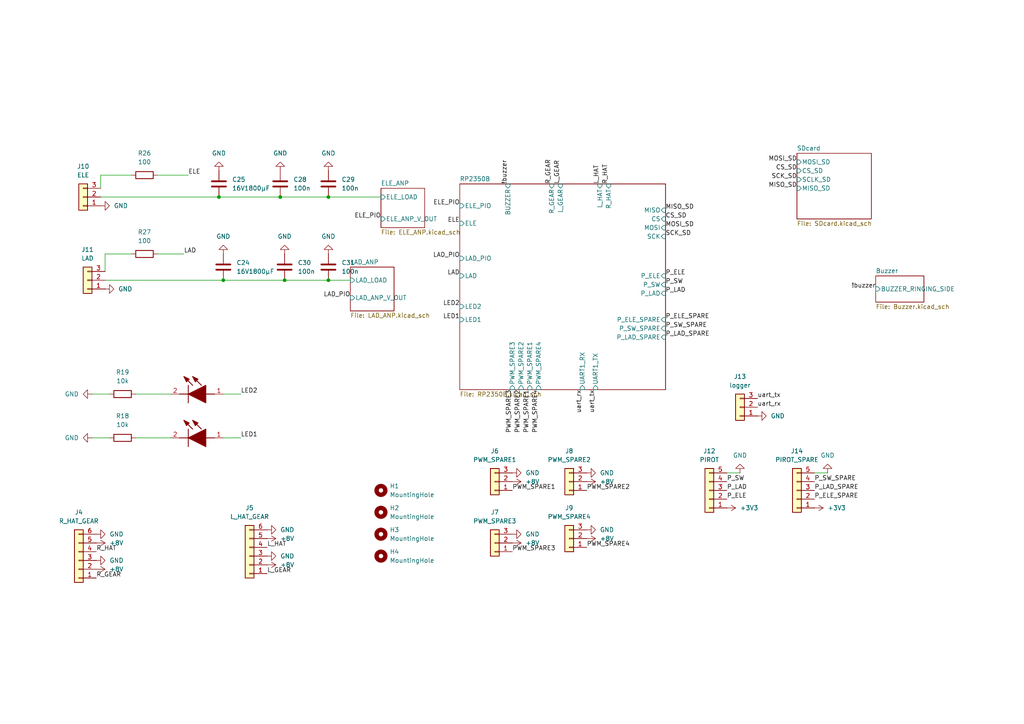
<source format=kicad_sch>
(kicad_sch (version 20231120) (generator "eeschema") (generator_version "8.0")
  (paper "A4")
  (lib_symbols
    (symbol "Connector_Generic:Conn_01x03" (pin_names (offset 1.016) hide)
      (property "Reference" "J" (at 0 5.08 0))
      (property "Value" "Conn_01x03" (at 0 -5.08 0))
      (symbol "Conn_01x03_1_1"
        (rectangle (start -1.27 -2.413) (end 0 -2.667) (stroke (width 0.1524)))
        (rectangle (start -1.27 0.127) (end 0 -0.127) (stroke (width 0.1524)))
        (rectangle (start -1.27 2.667) (end 0 2.413) (stroke (width 0.1524)))
        (rectangle (start -1.27 3.81) (end 1.27 -3.81) (stroke (width 0.254)) (fill (type background)))
        (pin passive line (at -5.08 2.54 0) (length 3.81) (name "Pin_1") (number "1"))
        (pin passive line (at -5.08 0 0) (length 3.81) (name "Pin_2") (number "2"))
        (pin passive line (at -5.08 -2.54 0) (length 3.81) (name "Pin_3") (number "3"))
      )
    )
    (symbol "Connector_Generic:Conn_01x05" (pin_names (offset 1.016) hide)
      (property "Reference" "J" (at 0 7.62 0))
      (property "Value" "Conn_01x05" (at 0 -7.62 0))
      (symbol "Conn_01x05_1_1"
        (rectangle (start -1.27 -4.953) (end 0 -5.207) (stroke (width 0.1524)))
        (rectangle (start -1.27 -2.413) (end 0 -2.667) (stroke (width 0.1524)))
        (rectangle (start -1.27 0.127) (end 0 -0.127) (stroke (width 0.1524)))
        (rectangle (start -1.27 2.667) (end 0 2.413) (stroke (width 0.1524)))
        (rectangle (start -1.27 5.207) (end 0 4.953) (stroke (width 0.1524)))
        (rectangle (start -1.27 6.35) (end 1.27 -6.35) (stroke (width 0.254)) (fill (type background)))
        (pin passive line (at -5.08 5.08 0) (length 3.81) (name "Pin_1") (number "1"))
        (pin passive line (at -5.08 2.54 0) (length 3.81) (name "Pin_2") (number "2"))
        (pin passive line (at -5.08 0 0) (length 3.81) (name "Pin_3") (number "3"))
        (pin passive line (at -5.08 -2.54 0) (length 3.81) (name "Pin_4") (number "4"))
        (pin passive line (at -5.08 -5.08 0) (length 3.81) (name "Pin_5") (number "5"))
      )
    )
    (symbol "Connector_Generic:Conn_01x06" (pin_names (offset 1.016) hide)
      (property "Reference" "J" (at 0 7.62 0))
      (property "Value" "Conn_01x06" (at 0 -10.16 0))
      (symbol "Conn_01x06_1_1"
        (rectangle (start -1.27 -7.493) (end 0 -7.747) (stroke (width 0.1524)))
        (rectangle (start -1.27 -4.953) (end 0 -5.207) (stroke (width 0.1524)))
        (rectangle (start -1.27 -2.413) (end 0 -2.667) (stroke (width 0.1524)))
        (rectangle (start -1.27 0.127) (end 0 -0.127) (stroke (width 0.1524)))
        (rectangle (start -1.27 2.667) (end 0 2.413) (stroke (width 0.1524)))
        (rectangle (start -1.27 5.207) (end 0 4.953) (stroke (width 0.1524)))
        (rectangle (start -1.27 6.35) (end 1.27 -8.89) (stroke (width 0.254)) (fill (type background)))
        (pin passive line (at -5.08 5.08 0) (length 3.81) (name "Pin_1") (number "1"))
        (pin passive line (at -5.08 2.54 0) (length 3.81) (name "Pin_2") (number "2"))
        (pin passive line (at -5.08 0 0) (length 3.81) (name "Pin_3") (number "3"))
        (pin passive line (at -5.08 -2.54 0) (length 3.81) (name "Pin_4") (number "4"))
        (pin passive line (at -5.08 -5.08 0) (length 3.81) (name "Pin_5") (number "5"))
        (pin passive line (at -5.08 -7.62 0) (length 3.81) (name "Pin_6") (number "6"))
      )
    )
    (symbol "Device:C" (pin_numbers hide) (pin_names (offset 0.254))
      (property "Reference" "C" (at 0.635 2.54 0))
      (property "Value" "C" (at 0.635 -2.54 0))
      (symbol "C_0_1"
        (polyline (pts (xy -2.032 -0.762) (xy 2.032 -0.762)) (stroke (width 0.508)))
        (polyline (pts (xy -2.032 0.762) (xy 2.032 0.762)) (stroke (width 0.508)))
      )
      (symbol "C_1_1"
        (pin passive line (at 0 3.81 270) (length 2.794) (name "~") (number "1"))
        (pin passive line (at 0 -3.81 90) (length 2.794) (name "~") (number "2"))
      )
    )
    (symbol "Device:R" (pin_numbers hide) (pin_names (offset 0))
      (property "Reference" "R" (at 2.032 0 90))
      (property "Value" "R" (at 0 0 90))
      (symbol "R_0_1"
        (rectangle (start -1.016 -2.54) (end 1.016 2.54) (stroke (width 0.254)))
      )
      (symbol "R_1_1"
        (pin passive line (at 0 3.81 270) (length 1.27) (name "~") (number "1"))
        (pin passive line (at 0 -3.81 90) (length 1.27) (name "~") (number "2"))
      )
    )
    (symbol "Mechanical:MountingHole" (pin_names (offset 1.016)) (exclude_from_sim yes) (in_bom no)
      (property "Reference" "H" (at 0 5.08 0))
      (property "Value" "MountingHole" (at 0 3.175 0))
      (symbol "MountingHole_0_1"
        (circle (center 0 0) (radius 1.27) (stroke (width 1.27)))
      )
    )
    (symbol "SamacSys_Parts:AP1608SURCK" (pin_names hide)
      (property "Reference" "LED" (at 12.7 8.89 0))
      (property "Value" "AP1608SURCK" (at 12.7 6.35 0))
      (symbol "AP1608SURCK_1_1"
        (polyline (pts (xy 2.54 0) (xy 5.08 0)) (stroke (width 0.254)))
        (polyline (pts (xy 5.08 2.54) (xy 5.08 -2.54)) (stroke (width 0.254)))
        (polyline (pts (xy 6.35 2.54) (xy 3.81 5.08)) (stroke (width 0.254)))
        (polyline (pts (xy 8.89 2.54) (xy 6.35 5.08)) (stroke (width 0.254)))
        (polyline (pts (xy 10.16 0) (xy 12.7 0)) (stroke (width 0.254)))
        (polyline (pts (xy 5.08 0) (xy 10.16 2.54) (xy 10.16 -2.54) (xy 5.08 0)) (stroke (width 0.254)) (fill (type outline)))
        (polyline (pts (xy 5.334 4.318) (xy 4.572 3.556) (xy 3.81 5.08) (xy 5.334 4.318)) (stroke (width 0.254)) (fill (type outline)))
        (polyline (pts (xy 7.874 4.318) (xy 7.112 3.556) (xy 6.35 5.08) (xy 7.874 4.318)) (stroke (width 0.254)) (fill (type outline)))
        (pin passive line (at 15.24 0 180) (length 2.54) (name "A") (number "1"))
        (pin passive line (at 0 0 0) (length 2.54) (name "K") (number "2"))
      )
    )
    (symbol "power:+3V3" (power) (pin_numbers hide) (pin_names (offset 0) hide)
      (property "Value" "+3V3" (at 0 3.556 0))
      (symbol "+3V3_0_1"
        (polyline (pts (xy -0.762 1.27) (xy 0 2.54)))
        (polyline (pts (xy 0 0) (xy 0 2.54)))
        (polyline (pts (xy 0 2.54) (xy 0.762 1.27)))
      )
      (symbol "+3V3_1_1"
        (pin power_in line (at 0 0 90) (length 0) (name "~") (number "1"))
      )
    )
    (symbol "power:+8V" (power) (pin_numbers hide) (pin_names (offset 0) hide)
      (property "Value" "+8V" (at 0 3.556 0))
      (symbol "+8V_0_1"
        (polyline (pts (xy -0.762 1.27) (xy 0 2.54)))
        (polyline (pts (xy 0 0) (xy 0 2.54)))
        (polyline (pts (xy 0 2.54) (xy 0.762 1.27)))
      )
      (symbol "+8V_1_1"
        (pin power_in line (at 0 0 90) (length 0) (name "~") (number "1"))
      )
    )
    (symbol "power:GND" (power) (pin_numbers hide) (pin_names (offset 0) hide)
      (property "Value" "GND" (at 0 -3.81 0))
      (symbol "GND_0_1"
        (polyline (pts (xy 0 0) (xy 0 -1.27) (xy 1.27 -1.27) (xy 0 -2.54) (xy -1.27 -1.27) (xy 0 -1.27)))
      )
      (symbol "GND_1_1"
        (pin power_in line (at 0 0 270) (length 0) (name "~") (number "1"))
      )
    )
  )
  (junction (at 82.55 81.28))
  (junction (at 81.28 57.15))
  (junction (at 63.5 57.15))
  (junction (at 95.25 81.28))
  (junction (at 95.25 57.15))
  (junction (at 64.77 81.28))
  (wire (pts (xy 95.25 57.15) (xy 110.49 57.15)))
  (wire (pts (xy 38.1 73.66) (xy 30.48 73.66)))
  (wire (pts (xy 82.55 81.28) (xy 95.25 81.28)))
  (wire (pts (xy 214.63 137.16) (xy 210.82 137.16)))
  (wire (pts (xy 29.21 57.15) (xy 63.5 57.15)))
  (wire (pts (xy 29.21 50.8) (xy 38.1 50.8)))
  (wire (pts (xy 69.85 127) (xy 64.77 127)))
  (wire (pts (xy 95.25 81.28) (xy 101.6 81.28)))
  (wire (pts (xy 54.61 50.8) (xy 45.72 50.8)))
  (wire (pts (xy 26.67 114.3) (xy 31.75 114.3)))
  (wire (pts (xy 64.77 81.28) (xy 82.55 81.28)))
  (wire (pts (xy 30.48 81.28) (xy 64.77 81.28)))
  (wire (pts (xy 240.03 137.16) (xy 236.22 137.16)))
  (wire (pts (xy 53.34 73.66) (xy 45.72 73.66)))
  (wire (pts (xy 95.25 57.15) (xy 81.28 57.15)))
  (wire (pts (xy 39.37 114.3) (xy 49.53 114.3)))
  (wire (pts (xy 39.37 127) (xy 49.53 127)))
  (wire (pts (xy 26.67 127) (xy 31.75 127)))
  (wire (pts (xy 30.48 73.66) (xy 30.48 78.74)))
  (wire (pts (xy 81.28 57.15) (xy 63.5 57.15)))
  (wire (pts (xy 29.21 50.8) (xy 29.21 54.61)))
  (wire (pts (xy 69.85 114.3) (xy 64.77 114.3)))
  (label "ELE" (at 54.61 50.8 0))
  (label "MOSI_SD" (at 193.04 66.04 0))
  (label "P_LAD_SPARE" (at 193.04 97.79 0))
  (label "P_LAD" (at 193.04 85.09 0))
  (label "SCK_SD" (at 193.04 68.58 0))
  (label "P_SW" (at 193.04 82.55 0))
  (label "L_GEAR" (at 162.56 53.34 90))
  (label "uart_rx" (at 168.91 113.03 270))
  (label "LAD" (at 53.34 73.66 0))
  (label "R_GEAR" (at 27.94 167.64 0))
  (label "MISO_SD" (at 193.04 60.96 0))
  (label "uart_rx" (at 219.71 118.11 0))
  (label "MOSI_SD" (at 231.14 46.99 180))
  (label "PWM_SPARE3" (at 148.59 113.03 270))
  (label "LED2" (at 133.35 88.9 180))
  (label "ELE_PIO" (at 133.35 59.69 180))
  (label "L_HAT" (at 77.47 158.75 0))
  (label "L_GEAR" (at 77.47 166.37 0))
  (label "LED1" (at 133.35 92.71 180))
  (label "uart_tx" (at 172.72 113.03 270))
  (label "P_ELE" (at 193.04 80.01 0))
  (label "P_ELE" (at 210.82 144.78 0))
  (label "P_SW_SPARE" (at 236.22 139.7 0))
  (label "PWM_SPARE4" (at 170.18 158.75 0))
  (label "LED1" (at 69.85 127 0))
  (label "P_SW" (at 210.82 139.7 0))
  (label "PWM_SPARE4" (at 156.21 113.03 270))
  (label "R_GEAR" (at 160.02 53.34 90))
  (label "L_HAT" (at 173.99 53.34 90))
  (label "P_LAD_SPARE" (at 236.22 142.24 0))
  (label "R_HAT" (at 27.94 160.02 0))
  (label "!buzzer" (at 254 83.82 180))
  (label "LED2" (at 69.85 114.3 0))
  (label "PWM_SPARE1" (at 148.59 142.24 0))
  (label "LAD_PIO" (at 133.35 74.93 180))
  (label "CS_SD" (at 231.14 49.53 180))
  (label "LAD_PIO" (at 101.6 86.36 180))
  (label "SCK_SD" (at 231.14 52.07 180))
  (label "ELE" (at 133.35 64.77 180))
  (label "!buzzer" (at 147.32 53.34 90))
  (label "P_LAD" (at 210.82 142.24 0))
  (label "P_ELE_SPARE" (at 236.22 144.78 0))
  (label "PWM_SPARE3" (at 148.59 160.02 0))
  (label "ELE_PIO" (at 110.49 63.5 180))
  (label "LAD" (at 133.35 80.01 180))
  (label "P_SW_SPARE" (at 193.04 95.25 0))
  (label "PWM_SPARE1" (at 153.67 113.03 270))
  (label "R_HAT" (at 176.53 53.34 90))
  (label "P_ELE_SPARE" (at 193.04 92.71 0))
  (label "PWM_SPARE2" (at 170.18 142.24 0))
  (label "CS_SD" (at 193.04 63.5 0))
  (label "MISO_SD" (at 231.14 54.61 180))
  (label "PWM_SPARE2" (at 151.13 113.03 270))
  (label "uart_tx" (at 219.71 115.57 0))
  (symbol (lib_id "power:GND") (at 77.47 153.67 90) (unit 1)
    (property "Reference" "#PWR047" (effects (hide yes)))
    (property "Value" "GND" (at 81.28 153.6699 90) (effects (justify right)))
    (property "Description" "Power symbol creates a global label with name \"GND\" , ground" (effects (hide yes)))
  )
  (symbol (lib_id "Device:R") (at 35.56 114.3 270) (unit 1)
    (property "Reference" "R19" (at 35.56 107.95 90))
    (property "Value" "10k" (at 35.56 110.49 90))
    (property "Footprint" "Resistor_SMD:R_0805_2012Metric" (effects (hide yes)))
    (property "Description" "Resistor" (effects (hide yes)))
  )
  (symbol (lib_id "Device:R") (at 41.91 73.66 90) (unit 1)
    (property "Reference" "R27" (at 41.91 67.31 90))
    (property "Value" "100" (at 41.91 69.85 90))
    (property "Footprint" "Resistor_SMD:R_0805_2012Metric" (effects (hide yes)))
    (property "Description" "Resistor" (effects (hide yes)))
  )
  (symbol (lib_id "Device:C") (at 81.28 53.34 0) (unit 1)
    (property "Reference" "C28" (at 85.09 52.0699 0) (effects (justify left)))
    (property "Value" "100n" (at 85.09 54.6099 0) (effects (justify left)))
    (property "Footprint" "Capacitor_SMD:C_0805_2012Metric" (effects (hide yes)))
    (property "Description" "Unpolarized capacitor" (effects (hide yes)))
  )
  (symbol (lib_id "power:+8V") (at 27.94 157.48 270) (unit 1)
    (property "Reference" "#PWR044" (effects (hide yes)))
    (property "Value" "+8V" (at 31.75 157.48 90) (effects (justify left)))
    (property "Description" "Power symbol creates a global label with name \"+8V\"" (effects (hide yes)))
  )
  (symbol (lib_id "power:GND") (at 219.71 120.65 90) (unit 1)
    (property "Reference" "#PWR067" (effects (hide yes)))
    (property "Value" "GND" (at 223.52 120.6499 90) (effects (justify right)))
    (property "Description" "Power symbol creates a global label with name \"GND\" , ground" (effects (hide yes)))
  )
  (symbol (lib_id "Device:R") (at 35.56 127 270) (unit 1)
    (property "Reference" "R18" (at 35.56 120.65 90))
    (property "Value" "10k" (at 35.56 123.19 90))
    (property "Footprint" "Resistor_SMD:R_0805_2012Metric" (effects (hide yes)))
    (property "Description" "Resistor" (effects (hide yes)))
  )
  (symbol (lib_id "Connector_Generic:Conn_01x03") (at 24.13 57.15 180) (unit 1)
    (property "Reference" "J10" (at 24.13 48.26 0))
    (property "Value" "ELE" (at 24.13 50.8 0))
    (property "Footprint" "Connector_JST:JST_VH_B3P-VH-B_1x03_P3.96mm_Vertical" (effects (hide yes)))
    (property "Description" "Generic connector, single row, 01x03, script generated (kicad-library-utils/schlib/autogen/connector/)" (effects (hide yes)))
  )
  (symbol (lib_id "power:GND") (at 148.59 154.94 90) (unit 1)
    (property "Reference" "#PWR053" (effects (hide yes)))
    (property "Value" "GND" (at 152.4 154.9399 90) (effects (justify right)))
    (property "Description" "Power symbol creates a global label with name \"GND\" , ground" (effects (hide yes)))
  )
  (symbol (lib_id "Connector_Generic:Conn_01x06") (at 72.39 161.29 180) (unit 1)
    (property "Reference" "J5" (at 72.39 147.32 0))
    (property "Value" "L_HAT_GEAR" (at 72.39 149.86 0))
    (property "Footprint" "Connector_JST:JST_XH_B6B-XH-AM_1x06_P2.50mm_Vertical" (effects (hide yes)))
    (property "Description" "Generic connector, single row, 01x06, script generated (kicad-library-utils/schlib/autogen/connector/)" (effects (hide yes)))
  )
  (symbol (lib_id "Mechanical:MountingHole") (at 110.49 148.59 0) (unit 1) (exclude_from_sim yes) (in_bom no)
    (property "Reference" "H2" (at 113.03 147.3199 0) (effects (justify left)))
    (property "Value" "MountingHole" (at 113.03 149.8599 0) (effects (justify left)))
    (property "Footprint" "MountingHole:MountingHole_3.2mm_M3" (effects (hide yes)))
    (property "Description" "Mounting Hole without connection" (effects (hide yes)))
  )
  (symbol (lib_id "Mechanical:MountingHole") (at 110.49 142.24 0) (unit 1) (exclude_from_sim yes) (in_bom no)
    (property "Reference" "H1" (at 113.03 140.9699 0) (effects (justify left)))
    (property "Value" "MountingHole" (at 113.03 143.5099 0) (effects (justify left)))
    (property "Footprint" "MountingHole:MountingHole_3.2mm_M3" (effects (hide yes)))
    (property "Description" "Mounting Hole without connection" (effects (hide yes)))
  )
  (symbol (lib_id "power:GND") (at 26.67 127 270) (unit 1)
    (property "Reference" "#PWR057" (effects (hide yes)))
    (property "Value" "GND" (at 22.86 126.9999 90) (effects (justify right)))
    (property "Description" "Power symbol creates a global label with name \"GND\" , ground" (effects (hide yes)))
  )
  (symbol (lib_id "power:GND") (at 170.18 153.67 90) (unit 1)
    (property "Reference" "#PWR058" (effects (hide yes)))
    (property "Value" "GND" (at 173.99 153.6699 90) (effects (justify right)))
    (property "Description" "Power symbol creates a global label with name \"GND\" , ground" (effects (hide yes)))
  )
  (symbol (lib_id "Connector_Generic:Conn_01x03") (at 143.51 139.7 180) (unit 1)
    (property "Reference" "J6" (at 143.51 130.81 0))
    (property "Value" "PWM_SPARE1" (at 143.51 133.35 0))
    (property "Footprint" "Connector_JST:JST_VH_B3P-VH-B_1x03_P3.96mm_Vertical" (effects (hide yes)))
    (property "Description" "Generic connector, single row, 01x03, script generated (kicad-library-utils/schlib/autogen/connector/)" (effects (hide yes)))
  )
  (symbol (lib_id "power:+8V") (at 77.47 163.83 270) (unit 1)
    (property "Reference" "#PWR049" (effects (hide yes)))
    (property "Value" "+8V" (at 81.28 163.8299 90) (effects (justify left)))
    (property "Description" "Power symbol creates a global label with name \"+8V\"" (effects (hide yes)))
  )
  (symbol (lib_id "Device:C") (at 63.5 53.34 0) (unit 1)
    (property "Reference" "C25" (at 67.31 52.0699 0) (effects (justify left)))
    (property "Value" "16V1800μF" (at 67.31 54.6099 0) (effects (justify left)))
    (property "Footprint" "Capacitor_THT:CP_Radial_D10.0mm_P5.00mm" (effects (hide yes)))
    (property "Description" "Unpolarized capacitor" (effects (hide yes)))
  )
  (symbol (lib_id "power:GND") (at 82.55 73.66 180) (unit 1)
    (property "Reference" "#PWR083" (effects (hide yes)))
    (property "Value" "GND" (at 82.55 68.58 0))
    (property "Description" "Power symbol creates a global label with name \"GND\" , ground" (effects (hide yes)))
  )
  (symbol (lib_id "power:GND") (at 27.94 154.94 90) (unit 1)
    (property "Reference" "#PWR043" (effects (hide yes)))
    (property "Value" "GND" (at 31.75 154.9399 90) (effects (justify right)))
    (property "Description" "Power symbol creates a global label with name \"GND\" , ground" (effects (hide yes)))
  )
  (symbol (lib_id "power:GND") (at 148.59 137.16 90) (unit 1)
    (property "Reference" "#PWR051" (effects (hide yes)))
    (property "Value" "GND" (at 152.4 137.1599 90) (effects (justify right)))
    (property "Description" "Power symbol creates a global label with name \"GND\" , ground" (effects (hide yes)))
  )
  (symbol (lib_id "Device:C") (at 82.55 77.47 0) (unit 1)
    (property "Reference" "C30" (at 86.36 76.1999 0) (effects (justify left)))
    (property "Value" "100n" (at 86.36 78.7399 0) (effects (justify left)))
    (property "Footprint" "Capacitor_SMD:C_0805_2012Metric" (effects (hide yes)))
    (property "Description" "Unpolarized capacitor" (effects (hide yes)))
  )
  (symbol (lib_id "SamacSys_Parts:AP1608SURCK") (at 49.53 127 0) (unit 1)
    (property "Reference" "LED1" (effects (hide yes)))
    (property "Value" "AP1608SURCK" (effects (hide yes)))
    (property "Footprint" "SamacSys_Parts:AP1608SURCK" (effects (hide yes)))
    (property "Datasheet" "https://www.kingbrightusa.com/images/catalog/SPEC/AP1608SURCK.pdf" (effects (hide yes)))
    (property "Description" "Standard LEDs - SMD Hyper Red 630nm Water Clear 220mcd" (effects (hide yes)))
    (property "Height" "1.2" (effects (hide yes)))
    (property "Manufacturer_Name" "Kingbright" (effects (hide yes)))
    (property "Manufacturer_Part_Number" "AP1608SURCK" (effects (hide yes)))
    (property "Mouser Part Number" "604-AP1608SURCK" (effects (hide yes)))
    (property "Mouser Price/Stock" "https://www.mouser.co.uk/ProductDetail/Kingbright/AP1608SURCK?qs=VdjlWU%2FzoOEvYrd0H0exvQ%3D%3D" (effects (hide yes)))
  )
  (symbol (lib_id "power:GND") (at 170.18 137.16 90) (unit 1)
    (property "Reference" "#PWR055" (effects (hide yes)))
    (property "Value" "GND" (at 173.99 137.1599 90) (effects (justify right)))
    (property "Description" "Power symbol creates a global label with name \"GND\" , ground" (effects (hide yes)))
  )
  (symbol (lib_id "power:+8V") (at 148.59 157.48 270) (unit 1)
    (property "Reference" "#PWR054" (effects (hide yes)))
    (property "Value" "+8V" (at 152.4 157.4799 90) (effects (justify left)))
    (property "Description" "Power symbol creates a global label with name \"+8V\"" (effects (hide yes)))
  )
  (symbol (lib_id "power:GND") (at 29.21 59.69 90) (unit 1)
    (property "Reference" "#PWR059" (effects (hide yes)))
    (property "Value" "GND" (at 33.02 59.6899 90) (effects (justify right)))
    (property "Description" "Power symbol creates a global label with name \"GND\" , ground" (effects (hide yes)))
  )
  (symbol (lib_id "power:+8V") (at 170.18 139.7 270) (unit 1)
    (property "Reference" "#PWR056" (effects (hide yes)))
    (property "Value" "+8V" (at 173.99 139.6999 90) (effects (justify left)))
    (property "Description" "Power symbol creates a global label with name \"+8V\"" (effects (hide yes)))
  )
  (symbol (lib_id "power:+3V3") (at 236.22 147.32 270) (unit 1)
    (property "Reference" "#PWR074" (effects (hide yes)))
    (property "Value" "+3V3" (at 240.03 147.3199 90) (effects (justify left)))
    (property "Description" "Power symbol creates a global label with name \"+3V3\"" (effects (hide yes)))
  )
  (symbol (lib_id "Connector_Generic:Conn_01x05") (at 231.14 142.24 180) (unit 1)
    (property "Reference" "J14" (at 231.14 130.81 0))
    (property "Value" "PIROT_SPARE" (at 231.14 133.35 0))
    (property "Footprint" "Connector_JST:JST_XH_B5B-XH-AM_1x05_P2.50mm_Vertical" (effects (hide yes)))
    (property "Description" "Generic connector, single row, 01x05, script generated (kicad-library-utils/schlib/autogen/connector/)" (effects (hide yes)))
  )
  (symbol (lib_id "power:GND") (at 63.5 49.53 180) (unit 1)
    (property "Reference" "#PWR061" (effects (hide yes)))
    (property "Value" "GND" (at 63.5 44.45 0))
    (property "Description" "Power symbol creates a global label with name \"GND\" , ground" (effects (hide yes)))
  )
  (symbol (lib_id "power:+8V") (at 170.18 156.21 270) (unit 1)
    (property "Reference" "#PWR065" (effects (hide yes)))
    (property "Value" "+8V" (at 173.99 156.2099 90) (effects (justify left)))
    (property "Description" "Power symbol creates a global label with name \"+8V\"" (effects (hide yes)))
  )
  (symbol (lib_id "Mechanical:MountingHole") (at 110.49 154.94 0) (unit 1) (exclude_from_sim yes) (in_bom no)
    (property "Reference" "H3" (at 113.03 153.6699 0) (effects (justify left)))
    (property "Value" "MountingHole" (at 113.03 156.2099 0) (effects (justify left)))
    (property "Footprint" "MountingHole:MountingHole_3.2mm_M3" (effects (hide yes)))
    (property "Description" "Mounting Hole without connection" (effects (hide yes)))
  )
  (symbol (lib_id "power:GND") (at 27.94 162.56 90) (unit 1)
    (property "Reference" "#PWR045" (effects (hide yes)))
    (property "Value" "GND" (at 31.75 162.5599 90) (effects (justify right)))
    (property "Description" "Power symbol creates a global label with name \"GND\" , ground" (effects (hide yes)))
  )
  (symbol (lib_id "power:+8V") (at 27.94 165.1 270) (unit 1)
    (property "Reference" "#PWR046" (effects (hide yes)))
    (property "Value" "+8V" (at 31.75 165.0999 90) (effects (justify left)))
    (property "Description" "Power symbol creates a global label with name \"+8V\"" (effects (hide yes)))
  )
  (symbol (lib_id "Connector_Generic:Conn_01x03") (at 165.1 139.7 180) (unit 1)
    (property "Reference" "J8" (at 165.1 130.81 0))
    (property "Value" "PWM_SPARE2" (at 165.1 133.35 0))
    (property "Footprint" "Connector_JST:JST_VH_B3P-VH-B_1x03_P3.96mm_Vertical" (effects (hide yes)))
    (property "Description" "Generic connector, single row, 01x03, script generated (kicad-library-utils/schlib/autogen/connector/)" (effects (hide yes)))
  )
  (symbol (lib_id "SamacSys_Parts:AP1608SURCK") (at 49.53 114.3 0) (unit 1)
    (property "Reference" "LED2" (effects (hide yes)))
    (property "Value" "AP1608SURCK" (effects (hide yes)))
    (property "Footprint" "SamacSys_Parts:AP1608SURCK" (effects (hide yes)))
    (property "Datasheet" "https://www.kingbrightusa.com/images/catalog/SPEC/AP1608SURCK.pdf" (effects (hide yes)))
    (property "Description" "Standard LEDs - SMD Hyper Red 630nm Water Clear 220mcd" (effects (hide yes)))
    (property "Height" "1.2" (effects (hide yes)))
    (property "Manufacturer_Name" "Kingbright" (effects (hide yes)))
    (property "Manufacturer_Part_Number" "AP1608SURCK" (effects (hide yes)))
    (property "Mouser Part Number" "604-AP1608SURCK" (effects (hide yes)))
    (property "Mouser Price/Stock" "https://www.mouser.co.uk/ProductDetail/Kingbright/AP1608SURCK?qs=VdjlWU%2FzoOEvYrd0H0exvQ%3D%3D" (effects (hide yes)))
  )
  (symbol (lib_id "Connector_Generic:Conn_01x06") (at 22.86 162.56 180) (unit 1)
    (property "Reference" "J4" (at 22.86 148.59 0))
    (property "Value" "R_HAT_GEAR" (at 22.86 151.13 0))
    (property "Footprint" "Connector_JST:JST_XH_B6B-XH-AM_1x06_P2.50mm_Vertical" (effects (hide yes)))
    (property "Description" "Generic connector, single row, 01x06, script generated (kicad-library-utils/schlib/autogen/connector/)" (effects (hide yes)))
  )
  (symbol (lib_id "Connector_Generic:Conn_01x03") (at 143.51 157.48 180) (unit 1)
    (property "Reference" "J7" (at 143.51 148.59 0))
    (property "Value" "PWM_SPARE3" (at 143.51 151.13 0))
    (property "Footprint" "Connector_JST:JST_VH_B3P-VH-B_1x03_P3.96mm_Vertical" (effects (hide yes)))
    (property "Description" "Generic connector, single row, 01x03, script generated (kicad-library-utils/schlib/autogen/connector/)" (effects (hide yes)))
  )
  (symbol (lib_id "Device:C") (at 95.25 53.34 0) (unit 1)
    (property "Reference" "C29" (at 99.06 52.0699 0) (effects (justify left)))
    (property "Value" "100n" (at 99.06 54.6099 0) (effects (justify left)))
    (property "Footprint" "Capacitor_SMD:C_0805_2012Metric" (effects (hide yes)))
    (property "Description" "Unpolarized capacitor" (effects (hide yes)))
  )
  (symbol (lib_id "Connector_Generic:Conn_01x03") (at 25.4 81.28 180) (unit 1)
    (property "Reference" "J11" (at 25.4 72.39 0))
    (property "Value" "LAD" (at 25.4 74.93 0))
    (property "Footprint" "Connector_JST:JST_VH_B3P-VH-B_1x03_P3.96mm_Vertical" (effects (hide yes)))
    (property "Description" "Generic connector, single row, 01x03, script generated (kicad-library-utils/schlib/autogen/connector/)" (effects (hide yes)))
  )
  (symbol (lib_id "Connector_Generic:Conn_01x05") (at 205.74 142.24 180) (unit 1)
    (property "Reference" "J12" (at 205.74 130.81 0))
    (property "Value" "PIROT" (at 205.74 133.35 0))
    (property "Footprint" "Connector_JST:JST_XH_B5B-XH-AM_1x05_P2.50mm_Vertical" (effects (hide yes)))
    (property "Description" "Generic connector, single row, 01x05, script generated (kicad-library-utils/schlib/autogen/connector/)" (effects (hide yes)))
  )
  (symbol (lib_id "power:+8V") (at 148.59 139.7 270) (unit 1)
    (property "Reference" "#PWR052" (effects (hide yes)))
    (property "Value" "+8V" (at 152.4 139.6999 90) (effects (justify left)))
    (property "Description" "Power symbol creates a global label with name \"+8V\"" (effects (hide yes)))
  )
  (symbol (lib_id "Connector_Generic:Conn_01x03") (at 165.1 156.21 180) (unit 1)
    (property "Reference" "J9" (at 165.1 147.32 0))
    (property "Value" "PWM_SPARE4" (at 165.1 149.86 0))
    (property "Footprint" "Connector_JST:JST_VH_B3P-VH-B_1x03_P3.96mm_Vertical" (effects (hide yes)))
    (property "Description" "Generic connector, single row, 01x03, script generated (kicad-library-utils/schlib/autogen/connector/)" (effects (hide yes)))
  )
  (symbol (lib_id "power:GND") (at 81.28 49.53 180) (unit 1)
    (property "Reference" "#PWR081" (effects (hide yes)))
    (property "Value" "GND" (at 81.28 44.45 0))
    (property "Description" "Power symbol creates a global label with name \"GND\" , ground" (effects (hide yes)))
  )
  (symbol (lib_id "Device:R") (at 41.91 50.8 270) (unit 1)
    (property "Reference" "R26" (at 41.91 44.45 90))
    (property "Value" "100" (at 41.91 46.99 90))
    (property "Footprint" "Resistor_SMD:R_0805_2012Metric" (effects (hide yes)))
    (property "Description" "Resistor" (effects (hide yes)))
  )
  (symbol (lib_id "power:GND") (at 214.63 137.16 180) (unit 1)
    (property "Reference" "#PWR063" (effects (hide yes)))
    (property "Value" "GND" (at 214.63 132.08 0))
    (property "Description" "Power symbol creates a global label with name \"GND\" , ground" (effects (hide yes)))
  )
  (symbol (lib_id "power:GND") (at 95.25 49.53 180) (unit 1)
    (property "Reference" "#PWR082" (effects (hide yes)))
    (property "Value" "GND" (at 95.25 44.45 0))
    (property "Description" "Power symbol creates a global label with name \"GND\" , ground" (effects (hide yes)))
  )
  (symbol (lib_id "power:+3V3") (at 210.82 147.32 270) (unit 1)
    (property "Reference" "#PWR064" (effects (hide yes)))
    (property "Value" "+3V3" (at 214.63 147.3199 90) (effects (justify left)))
    (property "Description" "Power symbol creates a global label with name \"+3V3\"" (effects (hide yes)))
  )
  (symbol (lib_id "Device:C") (at 64.77 77.47 0) (unit 1)
    (property "Reference" "C24" (at 68.58 76.1999 0) (effects (justify left)))
    (property "Value" "16V1800μF" (at 68.58 78.7399 0) (effects (justify left)))
    (property "Footprint" "Capacitor_THT:CP_Radial_D10.0mm_P5.00mm" (effects (hide yes)))
    (property "Description" "Unpolarized capacitor" (effects (hide yes)))
  )
  (symbol (lib_id "power:+8V") (at 77.47 156.21 270) (unit 1)
    (property "Reference" "#PWR048" (effects (hide yes)))
    (property "Value" "+8V" (at 81.28 156.2099 90) (effects (justify left)))
    (property "Description" "Power symbol creates a global label with name \"+8V\"" (effects (hide yes)))
  )
  (symbol (lib_id "Connector_Generic:Conn_01x03") (at 214.63 118.11 180) (unit 1)
    (property "Reference" "J13" (at 214.63 109.22 0))
    (property "Value" "logger" (at 214.63 111.76 0))
    (property "Footprint" "Connector_JST:JST_XH_B3B-XH-AM_1x03_P2.50mm_Vertical" (effects (hide yes)))
    (property "Description" "Generic connector, single row, 01x03, script generated (kicad-library-utils/schlib/autogen/connector/)" (effects (hide yes)))
  )
  (symbol (lib_id "power:GND") (at 95.25 73.66 180) (unit 1)
    (property "Reference" "#PWR084" (effects (hide yes)))
    (property "Value" "GND" (at 95.25 68.58 0))
    (property "Description" "Power symbol creates a global label with name \"GND\" , ground" (effects (hide yes)))
  )
  (symbol (lib_id "power:GND") (at 64.77 73.66 180) (unit 1)
    (property "Reference" "#PWR062" (effects (hide yes)))
    (property "Value" "GND" (at 64.77 68.58 0))
    (property "Description" "Power symbol creates a global label with name \"GND\" , ground" (effects (hide yes)))
  )
  (symbol (lib_id "power:GND") (at 26.67 114.3 270) (unit 1)
    (property "Reference" "#PWR066" (effects (hide yes)))
    (property "Value" "GND" (at 22.86 114.2999 90) (effects (justify right)))
    (property "Description" "Power symbol creates a global label with name \"GND\" , ground" (effects (hide yes)))
  )
  (symbol (lib_id "Device:C") (at 95.25 77.47 0) (unit 1)
    (property "Reference" "C31" (at 99.06 76.1999 0) (effects (justify left)))
    (property "Value" "100n" (at 99.06 78.7399 0) (effects (justify left)))
    (property "Footprint" "Capacitor_SMD:C_0805_2012Metric" (effects (hide yes)))
    (property "Description" "Unpolarized capacitor" (effects (hide yes)))
  )
  (symbol (lib_id "power:GND") (at 30.48 83.82 90) (unit 1)
    (property "Reference" "#PWR060" (effects (hide yes)))
    (property "Value" "GND" (at 34.29 83.8199 90) (effects (justify right)))
    (property "Description" "Power symbol creates a global label with name \"GND\" , ground" (effects (hide yes)))
  )
  (symbol (lib_id "power:GND") (at 77.47 161.29 90) (unit 1)
    (property "Reference" "#PWR050" (effects (hide yes)))
    (property "Value" "GND" (at 81.28 161.2899 90) (effects (justify right)))
    (property "Description" "Power symbol creates a global label with name \"GND\" , ground" (effects (hide yes)))
  )
  (symbol (lib_id "power:GND") (at 240.03 137.16 180) (unit 1)
    (property "Reference" "#PWR073" (effects (hide yes)))
    (property "Value" "GND" (at 240.03 132.08 0))
    (property "Description" "Power symbol creates a global label with name \"GND\" , ground" (effects (hide yes)))
  )
  (symbol (lib_id "Mechanical:MountingHole") (at 110.49 161.29 0) (unit 1) (exclude_from_sim yes) (in_bom no)
    (property "Reference" "H4" (at 113.03 160.0199 0) (effects (justify left)))
    (property "Value" "MountingHole" (at 113.03 162.5599 0) (effects (justify left)))
    (property "Footprint" "MountingHole:MountingHole_3.2mm_M3" (effects (hide yes)))
    (property "Description" "Mounting Hole without connection" (effects (hide yes)))
  )
  (sheet (at 254 80.01) (size 13.97 7.62) (stroke (width 0.1524))
    (property "Sheetname" "Buzzer" (at 254 79.2984 0) (effects (justify left bottom)))
    (property "Sheetfile" "Buzzer.kicad_sch" (at 254 88.2146 0) (effects (justify left top)))
    (pin "BUZZER_RINGING_SIDE" input (at 254 83.82 180))
  )
  (sheet (at 231.14 44.45) (size 21.59 19.05) (stroke (width 0.1524))
    (property "Sheetname" "SDcard" (at 231.14 43.7384 0) (effects (justify left bottom)))
    (property "Sheetfile" "SDcard.kicad_sch" (at 231.14 64.0846 0) (effects (justify left top)))
    (pin "MOSI_SD" input (at 231.14 46.99 180))
    (pin "CS_SD" input (at 231.14 49.53 180))
    (pin "SCLK_SD" input (at 231.14 52.07 180))
    (pin "MISO_SD" input (at 231.14 54.61 180))
  )
  (sheet (at 133.35 53.34) (size 59.69 59.69) (stroke (width 0.1524))
    (property "Sheetname" "RP2350B" (at 133.35 52.6284 0) (effects (justify left bottom)))
    (property "Sheetfile" "RP2350B.kicad_sch" (at 133.35 113.6146 0) (effects (justify left top)))
    (pin "P_LAD" input (at 193.04 85.09 0))
    (pin "P_SW" input (at 193.04 82.55 0))
    (pin "P_ELE" input (at 193.04 80.01 0))
    (pin "SCK" input (at 193.04 68.58 0))
    (pin "MOSI" input (at 193.04 66.04 0))
    (pin "CS" input (at 193.04 63.5 0))
    (pin "MISO" input (at 193.04 60.96 0))
    (pin "L_HAT" input (at 173.99 53.34 90))
    (pin "R_HAT" input (at 176.53 53.34 90))
    (pin "L_GEAR" input (at 162.56 53.34 90))
    (pin "R_GEAR" input (at 160.02 53.34 90))
    (pin "BUZZER" input (at 147.32 53.34 90))
    (pin "ELE" input (at 133.35 64.77 180))
    (pin "LAD" input (at 133.35 80.01 180))
    (pin "LED2" input (at 133.35 88.9 180))
    (pin "ELE_PIO" input (at 133.35 59.69 180))
    (pin "LAD_PIO" input (at 133.35 74.93 180))
    (pin "PWM_SPARE1" input (at 153.67 113.03 270))
    (pin "PWM_SPARE2" input (at 151.13 113.03 270))
    (pin "PWM_SPARE3" input (at 148.59 113.03 270))
    (pin "P_ELE_SPARE" input (at 193.04 92.71 0))
    (pin "P_LAD_SPARE" input (at 193.04 97.79 0))
    (pin "P_SW_SPARE" input (at 193.04 95.25 0))
    (pin "UART1_TX" input (at 172.72 113.03 270))
    (pin "LED1" input (at 133.35 92.71 180))
    (pin "PWM_SPARE4" input (at 156.21 113.03 270))
    (pin "UART1_RX" input (at 168.91 113.03 270))
  )
  (sheet (at 110.49 54.61) (size 12.7 11.43) (stroke (width 0.1524))
    (property "Sheetname" "ELE_ANP" (at 110.49 53.8984 0) (effects (justify left bottom)))
    (property "Sheetfile" "ELE_ANP.kicad_sch" (at 110.49 66.6246 0) (effects (justify left top)))
    (pin "ELE_LOAD" input (at 110.49 57.15 180))
    (pin "ELE_ANP_V_OUT" input (at 110.49 63.5 180))
  )
  (sheet (at 101.6 77.47) (size 12.7 12.7) (stroke (width 0.1524))
    (property "Sheetname" "LAD_ANP" (at 101.6 76.7584 0) (effects (justify left bottom)))
    (property "Sheetfile" "LAD_ANP.kicad_sch" (at 101.6 90.7546 0) (effects (justify left top)))
    (pin "LAD_LOAD" input (at 101.6 81.28 180))
    (pin "LAD_ANP_V_OUT" input (at 101.6 86.36 180))
  )
)
</source>
